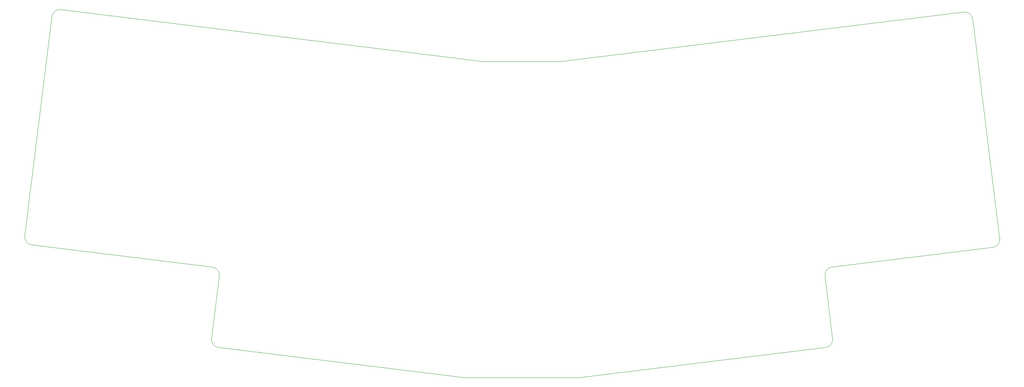
<source format=gm1>
%TF.GenerationSoftware,KiCad,Pcbnew,7.0.6*%
%TF.CreationDate,2024-02-12T15:49:00-05:00*%
%TF.ProjectId,lalettre2040-tripple-stagger-hotswap-pcb,6c616c65-7474-4726-9532-3034302d7472,rev?*%
%TF.SameCoordinates,PX1ea85bbPY7e0978f*%
%TF.FileFunction,Profile,NP*%
%FSLAX46Y46*%
G04 Gerber Fmt 4.6, Leading zero omitted, Abs format (unit mm)*
G04 Created by KiCad (PCBNEW 7.0.6) date 2024-02-12 15:49:00*
%MOMM*%
%LPD*%
G01*
G04 APERTURE LIST*
%TA.AperFunction,Profile*%
%ADD10C,0.090000*%
%TD*%
%ADD11C,0.090000*%
G04 APERTURE END LIST*
D10*
X45412223Y8554506D02*
X47246356Y23492325D01*
D11*
X6941171Y86020367D02*
X6956296Y86122203D01*
X6976340Y86222073D01*
X7001162Y86319869D01*
X7030622Y86415481D01*
X7064581Y86508800D01*
X7102897Y86599715D01*
X7145431Y86688119D01*
X7192043Y86773901D01*
X7242593Y86856952D01*
X7296941Y86937163D01*
X7354946Y87014423D01*
X7416470Y87088625D01*
X7481371Y87159658D01*
X7549510Y87227413D01*
X7620746Y87291780D01*
X7694940Y87352650D01*
X7771951Y87409915D01*
X7851640Y87463463D01*
X7933867Y87513186D01*
X8018491Y87558975D01*
X8105372Y87600720D01*
X8194371Y87638311D01*
X8285347Y87671640D01*
X8378160Y87700597D01*
X8472670Y87725072D01*
X8568738Y87744956D01*
X8666223Y87760139D01*
X8764984Y87770513D01*
X8864883Y87775968D01*
X8965779Y87776393D01*
X9067532Y87771681D01*
X9170002Y87761721D01*
D10*
X233369555Y30475849D02*
X194797222Y25739764D01*
D11*
X2205169Y31037709D02*
X2103333Y31052835D01*
X2003463Y31072879D01*
X1905667Y31097700D01*
X1810055Y31127160D01*
X1716737Y31161118D01*
X1625821Y31199434D01*
X1537417Y31241968D01*
X1451635Y31288580D01*
X1368584Y31339130D01*
X1288374Y31393478D01*
X1211113Y31451483D01*
X1136911Y31513007D01*
X1065878Y31577908D01*
X998123Y31646047D01*
X933756Y31717283D01*
X872886Y31791477D01*
X815621Y31868488D01*
X762073Y31948177D01*
X712349Y32030404D01*
X666560Y32115028D01*
X624816Y32201909D01*
X587224Y32290908D01*
X553895Y32381884D01*
X524939Y32474697D01*
X500463Y32569208D01*
X480579Y32665275D01*
X465396Y32762760D01*
X455022Y32861522D01*
X449568Y32961421D01*
X449142Y33062317D01*
X453854Y33164070D01*
X463814Y33266539D01*
D10*
X193055870Y23510931D02*
X194890000Y8573112D01*
X463814Y33266539D02*
X6941171Y86020367D01*
D11*
X128878762Y75254943D02*
X128969975Y75256035D01*
X129061121Y75259206D01*
X129152163Y75264453D01*
X129243065Y75271775D01*
X129333792Y75281168D01*
X129363990Y75284759D01*
D10*
X9170002Y87761721D02*
X110867052Y75274893D01*
D11*
X47246356Y23492325D02*
X47256315Y23594795D01*
X47261027Y23696548D01*
X47260601Y23797443D01*
X47255147Y23897342D01*
X47244773Y23996104D01*
X47229590Y24093589D01*
X47209706Y24189656D01*
X47185231Y24284167D01*
X47156274Y24376980D01*
X47122945Y24467956D01*
X47085354Y24556955D01*
X47043609Y24643836D01*
X46997820Y24728460D01*
X46948097Y24810687D01*
X46894548Y24890376D01*
X46837284Y24967388D01*
X46776414Y25041582D01*
X46712047Y25112818D01*
X46644292Y25180957D01*
X46573259Y25245858D01*
X46499058Y25307382D01*
X46421797Y25365388D01*
X46341586Y25419735D01*
X46258535Y25470285D01*
X46172754Y25516898D01*
X46084350Y25559432D01*
X45993435Y25597748D01*
X45900116Y25631706D01*
X45804504Y25661166D01*
X45706709Y25685988D01*
X45606839Y25706032D01*
X45505004Y25721157D01*
X110867052Y75274893D02*
X110958552Y75264726D01*
X111050243Y75256668D01*
X111142087Y75250723D01*
X111234048Y75246892D01*
X111326090Y75245177D01*
X111356783Y75245076D01*
X106866028Y-975715D02*
X106773876Y-974716D01*
X106681791Y-971595D01*
X106589811Y-966356D01*
X106497971Y-958999D01*
X106406309Y-949527D01*
X106375801Y-945900D01*
X47153576Y6325675D02*
X47051740Y6340801D01*
X46951870Y6360845D01*
X46854074Y6385667D01*
X46758463Y6415127D01*
X46665144Y6449085D01*
X46574228Y6487402D01*
X46485825Y6529936D01*
X46400043Y6576548D01*
X46316992Y6627098D01*
X46236782Y6681446D01*
X46159521Y6739451D01*
X46085320Y6800974D01*
X46014287Y6865875D01*
X45946532Y6934014D01*
X45882165Y7005251D01*
X45821294Y7079444D01*
X45764030Y7156456D01*
X45710482Y7236145D01*
X45660758Y7318371D01*
X45614970Y7402995D01*
X45573225Y7489877D01*
X45535633Y7578875D01*
X45502304Y7669851D01*
X45473348Y7762664D01*
X45448873Y7857175D01*
X45428989Y7953242D01*
X45413805Y8050727D01*
X45403431Y8149489D01*
X45397977Y8249388D01*
X45397551Y8350284D01*
X45402263Y8452037D01*
X45412223Y8554506D01*
D10*
X228633553Y85458510D02*
X235110907Y32704681D01*
D11*
X226404721Y87199863D02*
X226507190Y87209823D01*
X226608943Y87214535D01*
X226709839Y87214109D01*
X226809738Y87208655D01*
X226908500Y87198281D01*
X227005985Y87183098D01*
X227102053Y87163214D01*
X227196563Y87138739D01*
X227289377Y87109782D01*
X227380353Y87076453D01*
X227469352Y87038862D01*
X227556233Y86997117D01*
X227640857Y86951328D01*
X227723083Y86901605D01*
X227802773Y86848056D01*
X227879784Y86790792D01*
X227953978Y86729922D01*
X228025215Y86665554D01*
X228093353Y86597800D01*
X228158254Y86526767D01*
X228219778Y86452565D01*
X228277783Y86375305D01*
X228332131Y86295094D01*
X228382681Y86212043D01*
X228429293Y86126261D01*
X228471827Y86037858D01*
X228510143Y85946942D01*
X228544101Y85853624D01*
X228573561Y85758012D01*
X228598383Y85660216D01*
X228618427Y85560346D01*
X228633553Y85458510D01*
X133923683Y-927631D02*
X133833115Y-937705D01*
X133742361Y-945712D01*
X133651455Y-951649D01*
X133560434Y-955516D01*
X133469334Y-957308D01*
X133438956Y-957445D01*
D10*
X129363990Y75284759D02*
X226404721Y87199863D01*
X45505004Y25721157D02*
X2205169Y31037709D01*
D11*
X194797222Y25739764D02*
X194695386Y25724639D01*
X194595516Y25704595D01*
X194497720Y25679772D01*
X194402109Y25650312D01*
X194308790Y25616354D01*
X194217875Y25578037D01*
X194129471Y25535503D01*
X194043689Y25488891D01*
X193960638Y25438341D01*
X193880428Y25383993D01*
X193803167Y25325987D01*
X193728965Y25264464D01*
X193657932Y25199563D01*
X193590178Y25131424D01*
X193525810Y25060188D01*
X193464940Y24985994D01*
X193407675Y24908982D01*
X193354127Y24829293D01*
X193304404Y24747067D01*
X193258615Y24662443D01*
X193216870Y24575561D01*
X193179278Y24486563D01*
X193145950Y24395587D01*
X193116993Y24302774D01*
X193092518Y24208263D01*
X193072634Y24112196D01*
X193057451Y24014711D01*
X193047077Y23915949D01*
X193041623Y23816050D01*
X193041197Y23715154D01*
X193045910Y23613401D01*
X193055870Y23510931D01*
D10*
X133438956Y-957445D02*
X106866028Y-975715D01*
X106375801Y-945900D02*
X47153576Y6325675D01*
D11*
X194890000Y8573112D02*
X194899959Y8470643D01*
X194904672Y8368890D01*
X194904246Y8267994D01*
X194898792Y8168095D01*
X194888418Y8069333D01*
X194873235Y7971849D01*
X194853351Y7875781D01*
X194828876Y7781271D01*
X194799920Y7688457D01*
X194766591Y7597481D01*
X194729000Y7508483D01*
X194687255Y7421602D01*
X194641466Y7336978D01*
X194591743Y7254751D01*
X194538194Y7175062D01*
X194480930Y7098051D01*
X194420060Y7023857D01*
X194355693Y6952620D01*
X194287938Y6884482D01*
X194216905Y6819581D01*
X194142703Y6758057D01*
X194065443Y6700052D01*
X193985232Y6645704D01*
X193902181Y6595154D01*
X193816399Y6548542D01*
X193727996Y6506007D01*
X193637080Y6467691D01*
X193543762Y6433733D01*
X193448150Y6404273D01*
X193350354Y6379450D01*
X193250484Y6359406D01*
X193148649Y6344280D01*
X235110907Y32704681D02*
X235120866Y32602212D01*
X235125578Y32500459D01*
X235125152Y32399563D01*
X235119698Y32299665D01*
X235109324Y32200903D01*
X235094141Y32103418D01*
X235074257Y32007351D01*
X235049782Y31912841D01*
X235020825Y31820027D01*
X234987496Y31729052D01*
X234949905Y31640053D01*
X234908160Y31553172D01*
X234862371Y31468548D01*
X234812648Y31386321D01*
X234759099Y31306632D01*
X234701835Y31229621D01*
X234640965Y31155427D01*
X234576598Y31084190D01*
X234508843Y31016052D01*
X234437810Y30951151D01*
X234363609Y30889627D01*
X234286348Y30831621D01*
X234206137Y30777274D01*
X234123086Y30726724D01*
X234037305Y30680111D01*
X233948901Y30637577D01*
X233857986Y30599261D01*
X233764667Y30565302D01*
X233669055Y30535842D01*
X233571260Y30511020D01*
X233471390Y30490976D01*
X233369555Y30475849D01*
D10*
X193148649Y6344280D02*
X133923683Y-927631D01*
X111356783Y75245076D02*
X128878762Y75254943D01*
M02*

</source>
